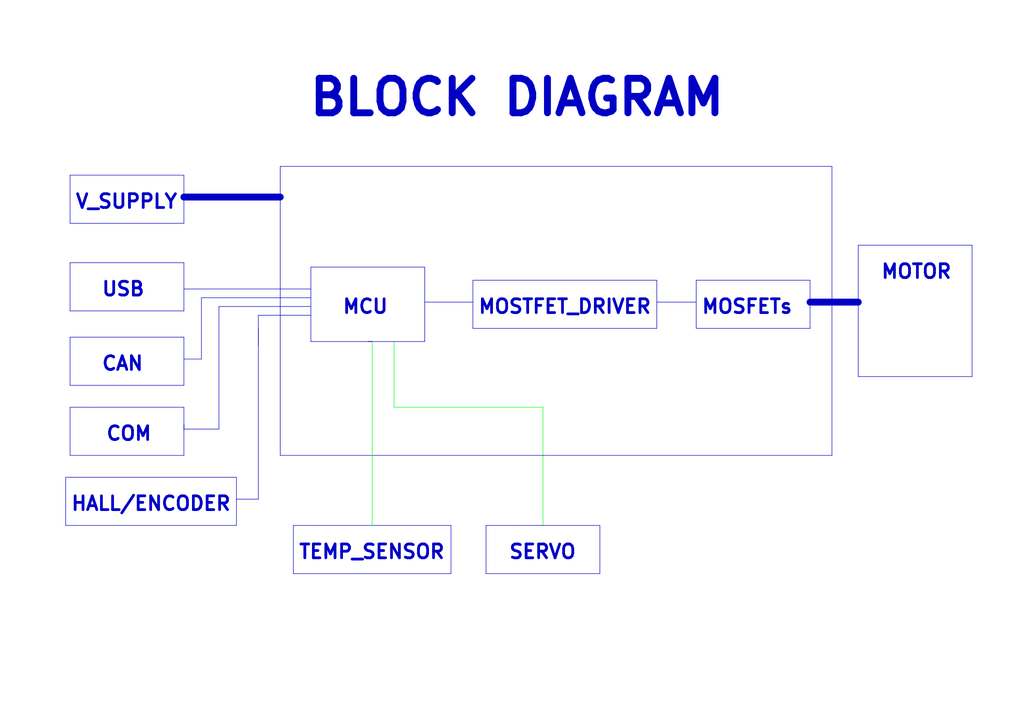
<source format=kicad_sch>
(kicad_sch (version 20230121) (generator eeschema)
  (paper "A4")
  (lib_symbols)
  (polyline (pts (xy 74.93 95.25) (xy 74.93 100.33)))
  (polyline (pts (xy 201.93 81.28) (xy 209.55 81.28)))
  (polyline (pts (xy 27.94 97.79) (xy 53.34 97.79)))
  (polyline (pts (xy 248.92 71.12) (xy 256.54 71.12)))
  (polyline (pts (xy 20.32 118.11) (xy 27.94 118.11)))
  (polyline (pts (xy 148.59 152.4) (xy 173.99 152.4)))
  (polyline (pts (xy 157.48 118.11) (xy 157.48 152.4)) (stroke (width 0) (color 0 255 18 1)))
  (polyline (pts (xy 53.34 76.2) (xy 53.34 90.17)))
  (polyline (pts (xy 20.32 111.76) (xy 20.32 97.79)))
  (polyline (pts (xy 81.28 48.26) (xy 81.28 50.8)))
  (polyline (pts (xy 74.93 95.25) (xy 74.93 144.78)))
  (polyline (pts (xy 19.05 152.4) (xy 19.05 138.43)))
  (polyline (pts (xy 20.32 132.08) (xy 20.32 118.11)))
  (polyline (pts (xy 20.32 50.8) (xy 27.94 50.8)))
  (polyline (pts (xy 130.81 166.37) (xy 85.09 166.37)))
  (polyline (pts (xy 241.3 48.26) (xy 81.28 48.26)))
  (polyline (pts (xy 151.13 81.28) (xy 190.5 81.28)))
  (polyline (pts (xy 27.94 118.11) (xy 53.34 118.11)))
  (polyline (pts (xy 137.16 95.25) (xy 137.16 81.28)))
  (polyline (pts (xy 53.34 90.17) (xy 20.32 90.17)))
  (polyline (pts (xy 68.58 138.43) (xy 68.58 152.4)))
  (polyline (pts (xy 85.09 166.37) (xy 85.09 152.4)))
  (polyline (pts (xy 90.17 77.47) (xy 97.79 77.47)))
  (polyline (pts (xy 256.54 71.12) (xy 281.94 71.12)))
  (polyline (pts (xy 53.34 83.82) (xy 90.17 83.82)))
  (polyline (pts (xy 190.5 87.63) (xy 201.93 87.63)))
  (polyline (pts (xy 234.95 87.63) (xy 248.92 87.63)) (stroke (width 2)))
  (polyline (pts (xy 140.97 166.37) (xy 140.97 152.4)))
  (polyline (pts (xy 281.94 71.12) (xy 281.94 109.22)))
  (polyline (pts (xy 85.09 152.4) (xy 92.71 152.4)))
  (polyline (pts (xy 53.34 118.11) (xy 53.34 132.08)))
  (polyline (pts (xy 53.34 57.15) (xy 81.28 57.15)) (stroke (width 2)))
  (polyline (pts (xy 19.05 138.43) (xy 26.67 138.43)))
  (polyline (pts (xy 53.34 123.19) (xy 53.34 124.46)))
  (polyline (pts (xy 130.81 152.4) (xy 130.81 166.37)))
  (polyline (pts (xy 209.55 81.28) (xy 234.95 81.28)))
  (polyline (pts (xy 58.42 86.36) (xy 90.17 86.36)))
  (polyline (pts (xy 97.79 77.47) (xy 123.19 77.47)))
  (polyline (pts (xy 53.34 111.76) (xy 20.32 111.76)))
  (polyline (pts (xy 27.94 50.8) (xy 53.34 50.8)))
  (polyline (pts (xy 234.95 95.25) (xy 201.93 95.25)))
  (polyline (pts (xy 241.3 132.08) (xy 241.3 48.26)))
  (polyline (pts (xy 53.34 124.46) (xy 63.5 124.46)))
  (polyline (pts (xy 74.93 95.25) (xy 74.93 91.44)))
  (polyline (pts (xy 173.99 152.4) (xy 173.99 166.37)))
  (polyline (pts (xy 201.93 95.25) (xy 201.93 81.28)))
  (polyline (pts (xy 68.58 144.78) (xy 74.93 144.78)))
  (polyline (pts (xy 107.95 99.06) (xy 106.68 99.06)))
  (polyline (pts (xy 81.28 50.8) (xy 81.28 132.08)))
  (polyline (pts (xy 140.97 152.4) (xy 148.59 152.4)))
  (polyline (pts (xy 234.95 81.28) (xy 234.95 95.25)))
  (polyline (pts (xy 53.34 104.14) (xy 58.42 104.14)))
  (polyline (pts (xy 190.5 95.25) (xy 137.16 95.25)))
  (polyline (pts (xy 53.34 50.8) (xy 53.34 64.77)))
  (polyline (pts (xy 53.34 97.79) (xy 53.34 111.76)))
  (polyline (pts (xy 248.92 109.22) (xy 248.92 71.12)))
  (polyline (pts (xy 74.93 91.44) (xy 90.17 91.44)))
  (polyline (pts (xy 92.71 152.4) (xy 130.81 152.4)))
  (polyline (pts (xy 114.3 118.11) (xy 157.48 118.11)) (stroke (width 0) (color 0 255 18 1)))
  (polyline (pts (xy 27.94 76.2) (xy 53.34 76.2)))
  (polyline (pts (xy 123.19 99.06) (xy 90.17 99.06)))
  (polyline (pts (xy 114.3 99.06) (xy 114.3 118.11)) (stroke (width 0) (color 0 255 18 1)))
  (polyline (pts (xy 190.5 81.28) (xy 190.5 95.25)))
  (polyline (pts (xy 53.34 132.08) (xy 20.32 132.08)))
  (polyline (pts (xy 63.5 88.9) (xy 90.17 88.9)))
  (polyline (pts (xy 173.99 166.37) (xy 140.97 166.37)))
  (polyline (pts (xy 58.42 104.14) (xy 58.42 86.36)))
  (polyline (pts (xy 63.5 124.46) (xy 63.5 88.9)))
  (polyline (pts (xy 20.32 90.17) (xy 20.32 76.2)))
  (polyline (pts (xy 20.32 76.2) (xy 27.94 76.2)))
  (polyline (pts (xy 20.32 64.77) (xy 20.32 50.8)))
  (polyline (pts (xy 53.34 64.77) (xy 20.32 64.77)))
  (polyline (pts (xy 20.32 97.79) (xy 27.94 97.79)))
  (polyline (pts (xy 137.16 81.28) (xy 151.13 81.28)))
  (polyline (pts (xy 81.28 132.08) (xy 241.3 132.08)))
  (polyline (pts (xy 123.19 87.63) (xy 137.16 87.63)))
  (polyline (pts (xy 90.17 99.06) (xy 90.17 77.47)))
  (polyline (pts (xy 107.95 152.4) (xy 107.95 99.06)) (stroke (width 0) (color 0 255 18 1)))
  (polyline (pts (xy 26.67 138.43) (xy 68.58 138.43)))
  (polyline (pts (xy 68.58 152.4) (xy 19.05 152.4)))
  (polyline (pts (xy 123.19 77.47) (xy 123.19 99.06)))
  (polyline (pts (xy 281.94 109.22) (xy 248.92 109.22)))
  (text "MCU" (at 99.06 91.44 0) (effects (font (size 4 4) bold) (justify left bottom)))
  (text "SERVO" (at 147.32 162.56 0) (effects (font (size 4 4) bold) (justify left bottom)))
  (text "BLOCK DIAGRAM" (at 88.9 34.29 0) (effects (font (size 10 10) (thickness 2) bold) (justify left bottom)))
  (text "V_SUPPLY" (at 21.59 60.96 0) (effects (font (size 4 4) bold) (justify left bottom)))
  (text "MOSTFET_DRIVER" (at 138.43 91.44 0) (effects (font (size 4 4) bold) (justify left bottom)))
  (text "CAN" (at 29.21 107.95 0) (effects (font (size 4 4) bold) (justify left bottom)))
  (text "COM" (at 30.48 128.27 0) (effects (font (size 4 4) bold) (justify left bottom)))
  (text "MOSFETs" (at 203.2 91.44 0) (effects (font (size 4 4) bold) (justify left bottom)))
  (text "MOTOR" (at 255.27 81.28 0) (effects (font (size 4 4) bold) (justify left bottom)))
  (text "TEMP_SENSOR" (at 86.36 162.56 0) (effects (font (size 4 4) bold) (justify left bottom)))
  (text "HALL/ENCODER" (at 20.32 148.59 0) (effects (font (size 4 4) bold) (justify left bottom)))
  (text "USB" (at 29.21 86.36 0) (effects (font (size 4 4) bold) (justify left bottom)))
)
</source>
